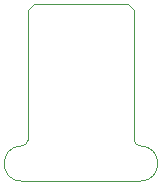
<source format=gbr>
G04 #@! TF.GenerationSoftware,KiCad,Pcbnew,(5.1.2)-2*
G04 #@! TF.CreationDate,2019-12-02T15:55:15+01:00*
G04 #@! TF.ProjectId,FFC,4646432e-6b69-4636-9164-5f7063625858,rev?*
G04 #@! TF.SameCoordinates,PX5f5e100PY5f5e100*
G04 #@! TF.FileFunction,Profile,NP*
%FSLAX46Y46*%
G04 Gerber Fmt 4.6, Leading zero omitted, Abs format (unit mm)*
G04 Created by KiCad (PCBNEW (5.1.2)-2) date 2019-12-02 15:55:15*
%MOMM*%
%LPD*%
G04 APERTURE LIST*
%ADD10C,0.050000*%
G04 APERTURE END LIST*
D10*
X-4500000Y3500000D02*
G75*
G02X-5000000Y3000000I-500000J0D01*
G01*
X5000000Y3000000D02*
G75*
G02X4500000Y3500000I0J500000D01*
G01*
X5000000Y3000000D02*
G75*
G02X5000000Y0I0J-1500000D01*
G01*
X-5000000Y0D02*
G75*
G02X-5000000Y3000000I0J1500000D01*
G01*
X-5000000Y0D02*
X5000000Y0D01*
X4500000Y14500000D02*
X4000000Y15000000D01*
X-4500000Y14500000D02*
X-4000000Y15000000D01*
X4500000Y14500000D02*
X4500000Y3500000D01*
X-4500000Y14500000D02*
X-4500000Y3500000D01*
X-4000000Y15000000D02*
X4000000Y15000000D01*
M02*

</source>
